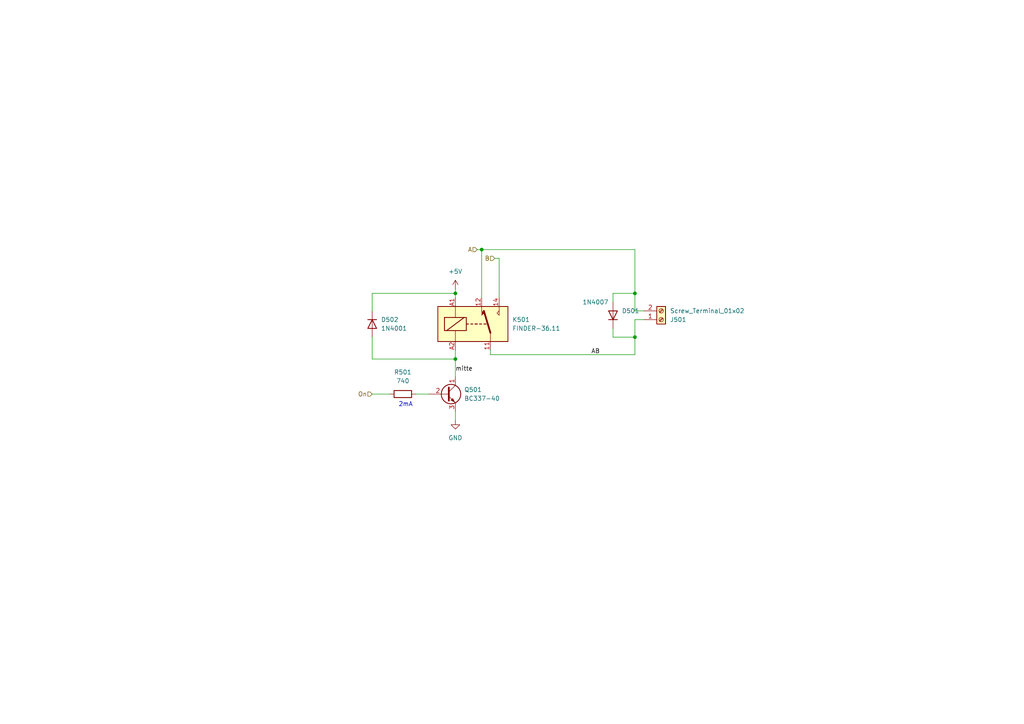
<source format=kicad_sch>
(kicad_sch (version 20211123) (generator eeschema)
  (paper "A4")
  (title_block (title "ESP32 Relaiskarte") (date "2022-03-30") (rev "0.0.3") (company "makerspace Bocholt") (comment 1 "+ optionale Servo Ansteuerung") (comment 2 "+ optionale Lan Karte") (comment 4 "Frank Tobergte"))
  (lib_symbols
    (symbol "Connector:Screw_Terminal_01x02" (pin_names (offset 1.016) hide)
      (property "Reference" "J" (at 0 2.54 0))
      (property "Value" "Screw_Terminal_01x02" (at 0 -5.08 0))
      (symbol "Screw_Terminal_01x02_1_1"
        (rectangle (start -1.27 1.27) (end 1.27 -3.81) (stroke (width 0.254)) (fill (type background)))
        (circle (center 0 -2.54) (radius 0.635) (stroke (width 0.1524)))
        (polyline (pts (xy -0.5334 -2.2098) (xy 0.3302 -3.048)) (stroke (width 0.1524)))
        (polyline (pts (xy -0.5334 0.3302) (xy 0.3302 -0.508)) (stroke (width 0.1524)))
        (polyline (pts (xy -0.3556 -2.032) (xy 0.508 -2.8702)) (stroke (width 0.1524)))
        (polyline (pts (xy -0.3556 0.508) (xy 0.508 -0.3302)) (stroke (width 0.1524)))
        (circle (center 0 0) (radius 0.635) (stroke (width 0.1524)))
        (pin passive line (at -5.08 0 0) (length 3.81) (name "Pin_1") (number "1"))
        (pin passive line (at -5.08 -2.54 0) (length 3.81) (name "Pin_2") (number "2"))
      )
    )
    (symbol "Device:R" (pin_numbers hide) (pin_names (offset 0))
      (property "Reference" "R" (at 2.032 0 90))
      (property "Value" "R" (at 0 0 90))
      (symbol "R_0_1"
        (rectangle (start -1.016 -2.54) (end 1.016 2.54) (stroke (width 0.254)))
      )
      (symbol "R_1_1"
        (pin passive line (at 0 3.81 270) (length 1.27) (name "~") (number "1"))
        (pin passive line (at 0 -3.81 90) (length 1.27) (name "~") (number "2"))
      )
    )
    (symbol "Diode:1N4001" (pin_numbers hide) (pin_names (offset 1.016) hide)
      (property "Reference" "D" (at 0 2.54 0))
      (property "Value" "1N4001" (at 0 -2.54 0))
      (symbol "1N4001_0_1"
        (polyline (pts (xy -1.27 1.27) (xy -1.27 -1.27)) (stroke (width 0.254)))
        (polyline (pts (xy 1.27 0) (xy -1.27 0)))
        (polyline (pts (xy 1.27 1.27) (xy 1.27 -1.27) (xy -1.27 0) (xy 1.27 1.27)) (stroke (width 0.254)))
      )
      (symbol "1N4001_1_1"
        (pin passive line (at -3.81 0 0) (length 2.54) (name "K") (number "1"))
        (pin passive line (at 3.81 0 180) (length 2.54) (name "A") (number "2"))
      )
    )
    (symbol "Diode:1N4007" (pin_numbers hide) (pin_names (offset 1.016) hide)
      (property "Reference" "D" (at 0 2.54 0))
      (property "Value" "1N4007" (at 0 -2.54 0))
      (symbol "1N4007_0_1"
        (polyline (pts (xy -1.27 1.27) (xy -1.27 -1.27)) (stroke (width 0.254)))
        (polyline (pts (xy 1.27 0) (xy -1.27 0)))
        (polyline (pts (xy 1.27 1.27) (xy 1.27 -1.27) (xy -1.27 0) (xy 1.27 1.27)) (stroke (width 0.254)))
      )
      (symbol "1N4007_1_1"
        (pin passive line (at -3.81 0 0) (length 2.54) (name "K") (number "1"))
        (pin passive line (at 3.81 0 180) (length 2.54) (name "A") (number "2"))
      )
    )
    (symbol "Relay:FINDER-36.11"
      (property "Reference" "K" (at 11.43 3.81 0))
      (property "Value" "FINDER-36.11" (at 11.43 1.27 0))
      (symbol "FINDER-36.11_0_0"
        (polyline (pts (xy 2.54 3.81) (xy 2.54 5.08)))
        (polyline (pts (xy 7.62 3.81) (xy 7.62 5.08)))
        (polyline (pts (xy 7.62 3.81) (xy 7.62 2.54) (xy 6.985 3.175) (xy 7.62 3.81)))
      )
      (symbol "FINDER-36.11_0_1"
        (rectangle (start -10.16 5.08) (end 10.16 -5.08) (stroke (width 0.254)) (fill (type background)))
        (rectangle (start -8.255 1.905) (end -1.905 -1.905) (stroke (width 0.254)))
        (polyline (pts (xy -7.62 -1.905) (xy -2.54 1.905)) (stroke (width 0.254)))
        (polyline (pts (xy -5.08 -5.08) (xy -5.08 -1.905)))
        (polyline (pts (xy -5.08 5.08) (xy -5.08 1.905)))
        (polyline (pts (xy -1.905 0) (xy -1.27 0)) (stroke (width 0.254)))
        (polyline (pts (xy -0.635 0) (xy 0 0)) (stroke (width 0.254)))
        (polyline (pts (xy 0.635 0) (xy 1.27 0)) (stroke (width 0.254)))
        (polyline (pts (xy 0.635 0) (xy 1.27 0)) (stroke (width 0.254)))
        (polyline (pts (xy 1.905 0) (xy 2.54 0)) (stroke (width 0.254)))
        (polyline (pts (xy 3.175 0) (xy 3.81 0)) (stroke (width 0.254)))
        (polyline (pts (xy 5.08 -2.54) (xy 3.175 3.81)) (stroke (width 0.508)))
        (polyline (pts (xy 5.08 -2.54) (xy 5.08 -5.08)))
        (polyline (pts (xy 2.54 2.54) (xy 3.175 3.175) (xy 2.54 3.81)) (fill (type outline)))
      )
      (symbol "FINDER-36.11_1_1"
        (pin passive line (at 5.08 -7.62 90) (length 2.54) (name "~") (number "11"))
        (pin passive line (at 2.54 7.62 270) (length 2.54) (name "~") (number "12"))
        (pin passive line (at 7.62 7.62 270) (length 2.54) (name "~") (number "14"))
        (pin passive line (at -5.08 7.62 270) (length 2.54) (name "~") (number "A1"))
        (pin passive line (at -5.08 -7.62 90) (length 2.54) (name "~") (number "A2"))
      )
    )
    (symbol "Transistor_BJT:BC337" (pin_names (offset 0) hide)
      (property "Reference" "Q" (at 5.08 1.905 0))
      (property "Value" "BC337" (at 5.08 0 0))
      (symbol "BC337_0_1"
        (polyline (pts (xy 0 0) (xy 0.635 0)))
        (polyline (pts (xy 0.635 0.635) (xy 2.54 2.54)))
        (polyline (pts (xy 0.635 -0.635) (xy 2.54 -2.54) (xy 2.54 -2.54)))
        (polyline (pts (xy 0.635 1.905) (xy 0.635 -1.905) (xy 0.635 -1.905)) (stroke (width 0.508)))
        (polyline (pts (xy 1.27 -1.778) (xy 1.778 -1.27) (xy 2.286 -2.286) (xy 1.27 -1.778) (xy 1.27 -1.778)) (fill (type outline)))
        (circle (center 1.27 0) (radius 2.8194) (stroke (width 0.254)))
      )
      (symbol "BC337_1_1"
        (pin passive line (at 2.54 5.08 270) (length 2.54) (name "C") (number "1"))
        (pin input line (at -5.08 0 0) (length 5.08) (name "B") (number "2"))
        (pin passive line (at 2.54 -5.08 90) (length 2.54) (name "E") (number "3"))
      )
    )
    (symbol "power:+5V" (power) (pin_names (offset 0))
      (property "Value" "+5V" (at 0 3.556 0))
      (symbol "+5V_0_1"
        (polyline (pts (xy -0.762 1.27) (xy 0 2.54)))
        (polyline (pts (xy 0 0) (xy 0 2.54)))
        (polyline (pts (xy 0 2.54) (xy 0.762 1.27)))
      )
      (symbol "+5V_1_1"
        (pin power_in line (at 0 0 90) (length 0) hide (name "+5V") (number "1"))
      )
    )
    (symbol "power:GND" (power) (pin_names (offset 0))
      (property "Value" "GND" (at 0 -3.81 0))
      (symbol "GND_0_1"
        (polyline (pts (xy 0 0) (xy 0 -1.27) (xy 1.27 -1.27) (xy 0 -2.54) (xy -1.27 -1.27) (xy 0 -1.27)))
      )
      (symbol "GND_1_1"
        (pin power_in line (at 0 0 270) (length 0) hide (name "GND") (number "1"))
      )
    )
  )
  (junction (at 139.7 72.39))
  (junction (at 132.08 85.09))
  (junction (at 132.08 104.14))
  (junction (at 184.15 85.09))
  (junction (at 184.15 97.79))
  (wire (pts (xy 184.15 85.09) (xy 184.15 72.39)))
  (wire (pts (xy 177.8 87.63) (xy 177.8 85.09)))
  (wire (pts (xy 138.43 72.39) (xy 139.7 72.39)))
  (wire (pts (xy 107.95 114.3) (xy 113.03 114.3)))
  (wire (pts (xy 184.15 102.87) (xy 184.15 97.79)))
  (wire (pts (xy 132.08 85.09) (xy 132.08 86.36)))
  (wire (pts (xy 107.95 104.14) (xy 132.08 104.14)))
  (wire (pts (xy 142.24 102.87) (xy 184.15 102.87)))
  (wire (pts (xy 132.08 104.14) (xy 132.08 109.22)))
  (wire (pts (xy 184.15 90.17) (xy 184.15 85.09)))
  (wire (pts (xy 132.08 83.82) (xy 132.08 85.09)))
  (wire (pts (xy 107.95 90.17) (xy 107.95 85.09)))
  (wire (pts (xy 139.7 72.39) (xy 184.15 72.39)))
  (wire (pts (xy 139.7 72.39) (xy 139.7 86.36)))
  (wire (pts (xy 177.8 95.25) (xy 177.8 97.79)))
  (wire (pts (xy 186.69 90.17) (xy 184.15 90.17)))
  (wire (pts (xy 177.8 85.09) (xy 184.15 85.09)))
  (wire (pts (xy 132.08 119.38) (xy 132.08 121.92)))
  (wire (pts (xy 184.15 92.71) (xy 186.69 92.71)))
  (wire (pts (xy 107.95 97.79) (xy 107.95 104.14)))
  (wire (pts (xy 120.65 114.3) (xy 124.46 114.3)))
  (wire (pts (xy 177.8 97.79) (xy 184.15 97.79)))
  (wire (pts (xy 184.15 97.79) (xy 184.15 92.71)))
  (wire (pts (xy 144.78 74.93) (xy 143.51 74.93)))
  (wire (pts (xy 144.78 86.36) (xy 144.78 74.93)))
  (wire (pts (xy 142.24 101.6) (xy 142.24 102.87)))
  (wire (pts (xy 107.95 85.09) (xy 132.08 85.09)))
  (wire (pts (xy 132.08 101.6) (xy 132.08 104.14)))
  (text "2mA" (at 115.57 118.11 0) (effects (font (size 1.27 1.27)) (justify left bottom)))
  (label "AB" (at 171.45 102.87 0))
  (label "mitte" (at 132.08 107.95 0))
  (hierarchical_label "On" (shape input) (at 107.95 114.3 180))
  (hierarchical_label "B" (shape input) (at 143.51 74.93 180))
  (hierarchical_label "A" (shape input) (at 138.43 72.39 180))
  (symbol (lib_id "Connector:Screw_Terminal_01x02") (at 191.77 92.71 0) (mirror x)
    (property "Reference" "J501" (at 194.31 92.7101 0) (effects (justify left)))
    (property "Value" "Screw_Terminal_01x02" (at 194.31 90.1701 0) (effects (justify left)))
    (property "Footprint" "TerminalBlock_Phoenix:TerminalBlock_Phoenix_MKDS-1,5-2-5.08_1x02_P5.08mm_Horizontal" (effects hide))
  )
  (symbol (lib_id "power:GND") (at 132.08 121.92 0)
    (property "Reference" "#PWR0502" (effects hide))
    (property "Value" "GND" (at 132.08 127 0))
  )
  (symbol (lib_id "power:+5V") (at 132.08 83.82 0)
    (property "Reference" "#PWR?" (effects hide))
    (property "Value" "+5V" (at 132.08 78.74 0))
  )
  (symbol (lib_id "Device:R") (at 116.84 114.3 90)
    (property "Reference" "R501" (at 116.84 107.95 90))
    (property "Value" "740" (at 116.84 110.49 90))
    (property "Footprint" "Resistor_THT:R_Axial_DIN0207_L6.3mm_D2.5mm_P2.54mm_Vertical" (effects hide))
  )
  (symbol (lib_id "Relay:FINDER-36.11") (at 137.16 93.98 0)
    (property "Reference" "K501" (at 148.59 92.7099 0) (effects (justify left)))
    (property "Value" "FINDER-36.11" (at 148.59 95.2499 0) (effects (justify left)))
    (property "Footprint" "Relay_THT:Relay_SPDT_Finder_36.11" (effects hide))
    (property "Datasheet" "https://gfinder.findernet.com/public/attachments/36/EN/S36EN.pdf" (effects hide))
  )
  (symbol (lib_id "Diode:1N4007") (at 177.8 91.44 90)
    (property "Reference" "D501" (at 180.34 90.1699 90) (effects (justify right)))
    (property "Value" "1N4007" (at 168.91 87.63 90) (effects (justify right)))
    (property "Footprint" "Diode_THT:D_DO-41_SOD81_P5.08mm_Vertical_KathodeUp" (effects hide))
    (property "Datasheet" "http://www.vishay.com/docs/88503/1n4001.pdf" (effects hide))
  )
  (symbol (lib_id "Diode:1N4001") (at 107.95 93.98 270)
    (property "Reference" "D502" (at 110.49 92.7099 90) (effects (justify left)))
    (property "Value" "1N4001" (at 110.49 95.2499 90) (effects (justify left)))
    (property "Footprint" "Diode_THT:D_DO-41_SOD81_P5.08mm_Vertical_KathodeUp" (effects hide))
    (property "Datasheet" "http://www.vishay.com/docs/88503/1n4001.pdf" (effects hide))
  )
  (symbol (lib_id "Transistor_BJT:BC337") (at 129.54 114.3 0)
    (property "Reference" "Q501" (at 134.62 113.0299 0) (effects (justify left)))
    (property "Value" "BC337-40" (at 134.62 115.5699 0) (effects (justify left)))
    (property "Footprint" "Package_TO_SOT_THT:TO-92_Inline" (effects hide))
    (property "Datasheet" "https://diotec.com/tl_files/diotec/files/pdf/datasheets/bc337.pdf" (effects hide))
  )
)
</source>
